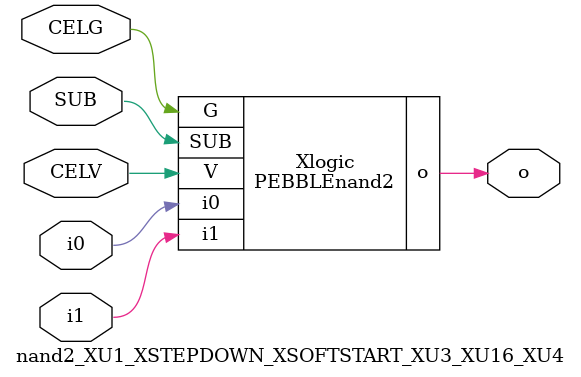
<source format=v>



module PEBBLEnand2 ( o, G, SUB, V, i0, i1 );

  input i0;
  input V;
  input i1;
  input G;
  output o;
  input SUB;
endmodule

//Celera Confidential Do Not Copy nand2_XU1_XSTEPDOWN_XSOFTSTART_XU3_XU16_XU4
//Celera Confidential Symbol Generator
//5V NAND2
module nand2_XU1_XSTEPDOWN_XSOFTSTART_XU3_XU16_XU4 (CELV,CELG,i0,i1,o,SUB);
input CELV;
input CELG;
input i0;
input i1;
input SUB;
output o;

//Celera Confidential Do Not Copy nand2
PEBBLEnand2 Xlogic(
.V (CELV),
.i0 (i0),
.i1 (i1),
.o (o),
.SUB (SUB),
.G (CELG)
);
//,diesize,PEBBLEnand2

//Celera Confidential Do Not Copy Module End
//Celera Schematic Generator
endmodule

</source>
